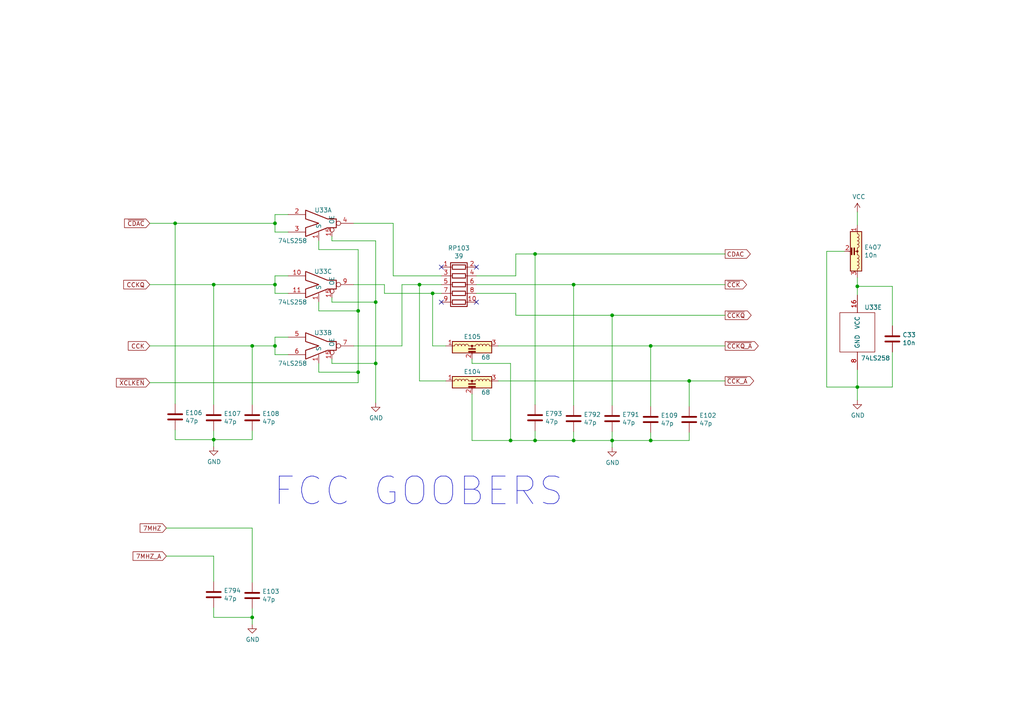
<source format=kicad_sch>
(kicad_sch (version 20250114) (generator "eeschema") (generator_version "9.0")
  (paper "A4")
  (title_block (title "Rämixx500") (date "2019-04-20") (rev "1") (company "SukkoPera") (comment 4 "Licensed under CC BY-NC-SA 4.0"))
  (lib_symbols
    (symbol "74ls258:74LS258" (pin_names (offset 1.016))
      (property "Reference" "U" (at 7.62 2.54 0))
      (property "Value" "74LS258" (at 10.16 -2.54 0))
      (symbol "74LS258_1_0"
        (pin input line (at -8.89 2.54 0) (length 5.08) (name "~") (number "2"))
        (pin input line (at -8.89 -2.54 0) (length 5.08) (name "~") (number "3"))
        (pin input line (at 0 -5.08 90) (length 2.54) (name "S") (number "1"))
        (pin input inverted (at 3.81 -3.81 90) (length 2.54) (name "OE") (number "15"))
        (pin tri_state inverted (at 10.16 0 180) (length 5.08) (name "~") (number "4"))
      )
      (symbol "74LS258_1_1"
        (polyline (pts (xy 5.08 1.27) (xy 5.08 -1.27) (xy 2.54 -1.27) (xy -3.81 -3.81) (xy -3.81 -1.27) (xy 0 0) (xy -3.81 1.27) (xy -3.81 3.81) (xy 2.54 1.27) (xy 5.08 1.27)) (stroke (width 0.254)))
      )
      (symbol "74LS258_2_0"
        (pin input line (at -8.89 2.54 0) (length 5.08) (name "~") (number "5"))
        (pin input line (at -8.89 -2.54 0) (length 5.08) (name "~") (number "6"))
        (pin input line (at 0 -5.08 90) (length 2.54) (name "S") (number "1"))
        (pin input inverted (at 3.81 -3.81 90) (length 2.54) (name "OE") (number "15"))
        (pin tri_state inverted (at 10.16 0 180) (length 5.08) (name "~") (number "7"))
      )
      (symbol "74LS258_2_1"
        (polyline (pts (xy 5.08 1.27) (xy 5.08 -1.27) (xy 2.54 -1.27) (xy -3.81 -3.81) (xy -3.81 -1.27) (xy 0 0) (xy -3.81 1.27) (xy -3.81 3.81) (xy 2.54 1.27) (xy 5.08 1.27)) (stroke (width 0.254)))
      )
      (symbol "74LS258_3_0"
        (pin input line (at -8.89 2.54 0) (length 5.08) (name "~") (number "10"))
        (pin input line (at -8.89 -2.54 0) (length 5.08) (name "~") (number "11"))
        (pin input line (at 0 -5.08 90) (length 2.54) (name "S") (number "1"))
        (pin input inverted (at 3.81 -3.81 90) (length 2.54) (name "OE") (number "15"))
        (pin tri_state inverted (at 10.16 0 180) (length 5.08) (name "~") (number "9"))
      )
      (symbol "74LS258_3_1"
        (polyline (pts (xy 5.08 1.27) (xy 5.08 -1.27) (xy 2.54 -1.27) (xy -3.81 -3.81) (xy -3.81 -1.27) (xy 0 0) (xy -3.81 1.27) (xy -3.81 3.81) (xy 2.54 1.27) (xy 5.08 1.27)) (stroke (width 0.254)))
      )
      (symbol "74LS258_4_0"
        (pin input line (at -8.89 2.54 0) (length 5.08) (name "~") (number "13"))
        (pin input line (at -8.89 -2.54 0) (length 5.08) (name "~") (number "14"))
        (pin input line (at 0 -5.08 90) (length 2.54) (name "S") (number "1"))
        (pin input inverted (at 3.81 -3.81 90) (length 2.54) (name "OE") (number "15"))
        (pin tri_state inverted (at 10.16 0 180) (length 5.08) (name "~") (number "12"))
      )
      (symbol "74LS258_4_1"
        (polyline (pts (xy 5.08 1.27) (xy 5.08 -1.27) (xy 2.54 -1.27) (xy -3.81 -3.81) (xy -3.81 -1.27) (xy 0 0) (xy -3.81 1.27) (xy -3.81 3.81) (xy 2.54 1.27) (xy 5.08 1.27)) (stroke (width 0.254)))
      )
      (symbol "74LS258_5_0"
        (pin input line (at 0 10.16 270) (length 5.08) (name "VCC") (number "16"))
        (pin power_in line (at 0 -11.43 90) (length 5.08) (name "GND") (number "8"))
      )
      (symbol "74LS258_5_1"
        (rectangle (start -5.08 5.08) (end 5.08 -6.35))
      )
    )
    (symbol "Device:C" (pin_numbers (hide yes)) (pin_names (offset 0.254))
      (property "Reference" "C" (at 0.635 2.54 0))
      (property "Value" "C" (at 0.635 -2.54 0))
      (symbol "C_0_1"
        (polyline (pts (xy -2.032 0.762) (xy 2.032 0.762)) (stroke (width 0.508)))
        (polyline (pts (xy -2.032 -0.762) (xy 2.032 -0.762)) (stroke (width 0.508)))
      )
      (symbol "C_1_1"
        (pin passive line (at 0 3.81 270) (length 2.794) (name "~") (number "1"))
        (pin passive line (at 0 -3.81 90) (length 2.794) (name "~") (number "2"))
      )
    )
    (symbol "emi_filter_lcl_small:EMI_Filter_LCL" (pin_names (offset 0.254) (hide yes))
      (property "Reference" "FL" (at 0 6.985 0))
      (property "Value" "EMI_Filter_LCL" (at 0 5.08 0))
      (symbol "EMI_Filter_LCL_0_1"
        (rectangle (start -5.715 3.81) (end 5.715 0.508) (stroke (width 0.254)) (fill (type background)))
        (arc (start -5.08 2.54) (mid -4.572 3.048) (end -4.064 2.54))
        (arc (start -4.064 2.54) (mid -3.556 3.048) (end -3.048 2.54))
        (arc (start -3.048 2.54) (mid -2.54 3.048) (end -2.032 2.54))
        (arc (start -2.032 2.54) (mid -1.524 3.048) (end -1.016 2.54))
        (polyline (pts (xy -1.016 2.54) (xy 1.016 2.54)))
        (rectangle (start -1.016 0.762) (end 1.016 1.016) (fill (type outline)))
        (circle (center 0 2.54) (radius 0.254) (fill (type outline)))
        (polyline (pts (xy 0 2.54) (xy 0 1.778)))
        (polyline (pts (xy 0 0.762) (xy 0 0)))
        (rectangle (start 1.016 1.524) (end -1.016 1.778) (fill (type outline)))
        (arc (start 1.016 2.54) (mid 1.524 3.048) (end 2.032 2.54))
        (arc (start 2.032 2.54) (mid 2.54 3.048) (end 3.048 2.54))
        (arc (start 3.048 2.54) (mid 3.556 3.048) (end 4.064 2.54))
        (arc (start 4.064 2.54) (mid 4.572 3.048) (end 5.08 2.54))
      )
      (symbol "EMI_Filter_LCL_1_1"
        (pin passive line (at -7.62 2.54 0) (length 2.54) (name "1") (number "1"))
        (pin passive line (at 0 -1.27 90) (length 1.8034) (name "2") (number "2"))
        (pin passive line (at 7.62 2.54 180) (length 2.54) (name "3") (number "3"))
      )
    )
    (symbol "power:GND" (power) (pin_numbers (hide yes)) (pin_names (offset 0) (hide yes))
      (property "Value" "GND" (at 0 -3.81 0))
      (symbol "GND_0_1"
        (polyline (pts (xy 0 0) (xy 0 -1.27) (xy 1.27 -1.27) (xy 0 -2.54) (xy -1.27 -1.27) (xy 0 -1.27)))
      )
      (symbol "GND_1_1"
        (pin power_in line (at 0 0 270) (length 0) (name "~") (number "1"))
      )
    )
    (symbol "power:VCC" (power) (pin_numbers (hide yes)) (pin_names (offset 0) (hide yes))
      (property "Value" "VCC" (at 0 3.556 0))
      (symbol "VCC_0_1"
        (polyline (pts (xy -0.762 1.27) (xy 0 2.54)))
        (polyline (pts (xy 0 2.54) (xy 0.762 1.27)))
        (polyline (pts (xy 0 0) (xy 0 2.54)))
      )
      (symbol "VCC_1_1"
        (pin power_in line (at 0 0 90) (length 0) (name "~") (number "1"))
      )
    )
    (symbol "r_pack05:R_Pack05" (pin_names (offset 0) (hide yes))
      (property "Reference" "RP" (at -7.62 0 90))
      (property "Value" "R_Pack05" (at 7.62 0 90))
      (symbol "R_Pack05_0_1"
        (rectangle (start -6.35 -2.413) (end 6.35 2.413) (stroke (width 0.254)))
        (rectangle (start -5.715 1.905) (end -4.445 -1.905) (stroke (width 0.254)))
        (polyline (pts (xy -5.08 1.905) (xy -5.08 2.54)))
        (polyline (pts (xy -5.08 -2.54) (xy -5.08 -1.905)))
        (rectangle (start -3.175 1.905) (end -1.905 -1.905) (stroke (width 0.254)))
        (polyline (pts (xy -2.54 1.905) (xy -2.54 2.54)))
        (polyline (pts (xy -2.54 -2.54) (xy -2.54 -1.905)))
        (rectangle (start -0.635 1.905) (end 0.635 -1.905) (stroke (width 0.254)))
        (polyline (pts (xy 0 1.905) (xy 0 2.54)))
        (polyline (pts (xy 0 -2.54) (xy 0 -1.905)))
        (rectangle (start 1.905 1.905) (end 3.175 -1.905) (stroke (width 0.254)))
        (polyline (pts (xy 2.54 1.905) (xy 2.54 2.54)))
        (polyline (pts (xy 2.54 -2.54) (xy 2.54 -1.905)))
        (rectangle (start 4.445 1.905) (end 5.715 -1.905) (stroke (width 0.254)))
        (polyline (pts (xy 5.08 1.905) (xy 5.08 2.54)))
        (polyline (pts (xy 5.08 -2.54) (xy 5.08 -1.905)))
      )
      (symbol "R_Pack05_1_1"
        (pin passive line (at -5.08 5.08 270) (length 2.54) (name "R1.2") (number "2"))
        (pin passive line (at -5.08 -5.08 90) (length 2.54) (name "R1.1") (number "1"))
        (pin passive line (at -2.54 5.08 270) (length 2.54) (name "R2.2") (number "4"))
        (pin passive line (at -2.54 -5.08 90) (length 2.54) (name "R2.1") (number "3"))
        (pin passive line (at 0 5.08 270) (length 2.54) (name "R3.2") (number "6"))
        (pin passive line (at 0 -5.08 90) (length 2.54) (name "R3.1") (number "5"))
        (pin passive line (at 2.54 5.08 270) (length 2.54) (name "R4.2") (number "8"))
        (pin passive line (at 2.54 -5.08 90) (length 2.54) (name "R4.1") (number "7"))
        (pin passive line (at 5.08 5.08 270) (length 2.54) (name "R5.2") (number "10"))
        (pin passive line (at 5.08 -5.08 90) (length 2.54) (name "R5.1") (number "9"))
      )
    )
  )
  (text "FCC GOOBERS" (at 78.994 147.32 0) (effects (font (size 8.001 8.001)) (justify left bottom)))
  (junction (at 103.886 107.95))
  (junction (at 199.898 110.49))
  (junction (at 103.886 90.17))
  (junction (at 248.666 83.058))
  (junction (at 121.666 82.55))
  (junction (at 188.722 127.762))
  (junction (at 50.8 64.77))
  (junction (at 73.152 179.07))
  (junction (at 79.756 100.33))
  (junction (at 61.976 127.508))
  (junction (at 73.152 100.33))
  (junction (at 166.37 127.762))
  (junction (at 125.476 85.09))
  (junction (at 108.966 87.63))
  (junction (at 188.722 100.33))
  (junction (at 79.756 82.55))
  (junction (at 148.082 127.762))
  (junction (at 61.976 82.55))
  (junction (at 155.194 127.762))
  (junction (at 108.966 105.41))
  (junction (at 155.194 73.66))
  (junction (at 177.546 127.762))
  (junction (at 177.546 91.44))
  (junction (at 248.666 112.268))
  (junction (at 166.37 82.55))
  (junction (at 79.756 64.77))
  (no_connect (at 138.176 87.63))
  (no_connect (at 128.016 77.47))
  (no_connect (at 138.176 77.47))
  (no_connect (at 128.016 87.63))
  (wire (pts (xy 244.856 72.898) (xy 239.776 72.898)))
  (wire (pts (xy 199.898 117.856) (xy 199.898 110.49)))
  (wire (pts (xy 177.546 127.762) (xy 177.546 129.794)))
  (wire (pts (xy 258.826 102.108) (xy 258.826 112.268)))
  (wire (pts (xy 73.152 117.348) (xy 73.152 100.33)))
  (wire (pts (xy 103.886 110.998) (xy 43.434 110.998)))
  (wire (pts (xy 188.722 125.476) (xy 188.722 127.762)))
  (wire (pts (xy 125.476 100.33) (xy 129.286 100.33)))
  (wire (pts (xy 166.37 117.602) (xy 166.37 82.55)))
  (wire (pts (xy 108.966 105.41) (xy 108.966 116.84)))
  (wire (pts (xy 177.546 127.762) (xy 188.722 127.762)))
  (wire (pts (xy 148.082 127.762) (xy 155.194 127.762)))
  (wire (pts (xy 248.666 80.518) (xy 248.666 83.058)))
  (wire (pts (xy 248.666 83.058) (xy 258.826 83.058)))
  (wire (pts (xy 50.8 127.508) (xy 61.976 127.508)))
  (wire (pts (xy 102.616 100.33) (xy 116.586 100.33)))
  (wire (pts (xy 73.152 124.968) (xy 73.152 127.508)))
  (wire (pts (xy 83.566 80.01) (xy 79.756 80.01)))
  (wire (pts (xy 108.966 69.85) (xy 108.966 87.63)))
  (wire (pts (xy 121.666 82.55) (xy 128.016 82.55)))
  (wire (pts (xy 188.722 127.762) (xy 199.898 127.762)))
  (wire (pts (xy 111.506 85.09) (xy 125.476 85.09)))
  (wire (pts (xy 149.606 80.01) (xy 149.606 73.66)))
  (wire (pts (xy 149.606 73.66) (xy 155.194 73.66)))
  (wire (pts (xy 138.176 85.09) (xy 149.606 85.09)))
  (wire (pts (xy 61.976 179.07) (xy 73.152 179.07)))
  (wire (pts (xy 79.756 100.33) (xy 73.152 100.33)))
  (wire (pts (xy 144.526 110.49) (xy 199.898 110.49)))
  (wire (pts (xy 239.776 112.268) (xy 248.666 112.268)))
  (wire (pts (xy 166.37 125.222) (xy 166.37 127.762)))
  (wire (pts (xy 177.546 117.602) (xy 177.546 91.44)))
  (wire (pts (xy 92.456 72.39) (xy 103.886 72.39)))
  (wire (pts (xy 79.756 100.33) (xy 79.756 102.87)))
  (wire (pts (xy 166.37 82.55) (xy 210.312 82.55)))
  (wire (pts (xy 61.976 127.508) (xy 73.152 127.508)))
  (wire (pts (xy 248.666 61.468) (xy 248.666 65.278)))
  (wire (pts (xy 103.886 107.95) (xy 103.886 110.998)))
  (wire (pts (xy 116.586 82.55) (xy 121.666 82.55)))
  (wire (pts (xy 125.476 85.09) (xy 125.476 100.33)))
  (wire (pts (xy 50.8 64.77) (xy 43.434 64.77)))
  (wire (pts (xy 61.976 82.55) (xy 43.434 82.55)))
  (wire (pts (xy 136.906 104.14) (xy 136.906 105.41)))
  (wire (pts (xy 73.152 100.33) (xy 43.434 100.33)))
  (wire (pts (xy 83.566 97.79) (xy 79.756 97.79)))
  (wire (pts (xy 73.152 176.53) (xy 73.152 179.07)))
  (wire (pts (xy 149.606 85.09) (xy 149.606 91.44)))
  (wire (pts (xy 96.266 104.14) (xy 96.266 105.41)))
  (wire (pts (xy 114.046 80.01) (xy 128.016 80.01)))
  (wire (pts (xy 108.966 87.63) (xy 108.966 105.41)))
  (wire (pts (xy 258.826 83.058) (xy 258.826 94.488)))
  (wire (pts (xy 61.976 124.968) (xy 61.976 127.508)))
  (wire (pts (xy 83.566 62.23) (xy 79.756 62.23)))
  (wire (pts (xy 92.456 69.85) (xy 92.456 72.39)))
  (wire (pts (xy 144.526 100.33) (xy 188.722 100.33)))
  (wire (pts (xy 50.8 117.094) (xy 50.8 64.77)))
  (wire (pts (xy 155.194 73.66) (xy 210.312 73.66)))
  (wire (pts (xy 102.616 64.77) (xy 114.046 64.77)))
  (wire (pts (xy 96.266 105.41) (xy 108.966 105.41)))
  (wire (pts (xy 248.666 107.188) (xy 248.666 112.268)))
  (wire (pts (xy 248.666 85.598) (xy 248.666 83.058)))
  (wire (pts (xy 73.152 179.07) (xy 73.152 181.102)))
  (wire (pts (xy 248.666 116.078) (xy 248.666 112.268)))
  (wire (pts (xy 102.616 82.55) (xy 111.506 82.55)))
  (wire (pts (xy 79.756 64.77) (xy 50.8 64.77)))
  (wire (pts (xy 103.886 72.39) (xy 103.886 90.17)))
  (wire (pts (xy 148.082 105.41) (xy 148.082 127.762)))
  (wire (pts (xy 79.756 62.23) (xy 79.756 64.77)))
  (wire (pts (xy 138.176 82.55) (xy 166.37 82.55)))
  (wire (pts (xy 138.176 80.01) (xy 149.606 80.01)))
  (wire (pts (xy 61.976 127.508) (xy 61.976 129.54)))
  (wire (pts (xy 166.37 127.762) (xy 177.546 127.762)))
  (wire (pts (xy 155.194 73.66) (xy 155.194 117.348)))
  (wire (pts (xy 92.456 105.41) (xy 92.456 107.95)))
  (wire (pts (xy 96.266 69.85) (xy 108.966 69.85)))
  (wire (pts (xy 92.456 90.17) (xy 103.886 90.17)))
  (wire (pts (xy 248.666 112.268) (xy 258.826 112.268)))
  (wire (pts (xy 79.756 64.77) (xy 79.756 67.31)))
  (wire (pts (xy 136.906 105.41) (xy 148.082 105.41)))
  (wire (pts (xy 136.906 127.762) (xy 148.082 127.762)))
  (wire (pts (xy 103.886 90.17) (xy 103.886 107.95)))
  (wire (pts (xy 188.722 100.33) (xy 210.312 100.33)))
  (wire (pts (xy 136.906 114.3) (xy 136.906 127.762)))
  (wire (pts (xy 92.456 107.95) (xy 103.886 107.95)))
  (wire (pts (xy 177.546 91.44) (xy 210.312 91.44)))
  (wire (pts (xy 125.476 85.09) (xy 128.016 85.09)))
  (wire (pts (xy 61.976 168.656) (xy 61.976 161.29)))
  (wire (pts (xy 79.756 97.79) (xy 79.756 100.33)))
  (wire (pts (xy 79.756 82.55) (xy 79.756 85.09)))
  (wire (pts (xy 73.152 168.91) (xy 73.152 153.162)))
  (wire (pts (xy 111.506 82.55) (xy 111.506 85.09)))
  (wire (pts (xy 96.266 86.36) (xy 96.266 87.63)))
  (wire (pts (xy 92.456 87.63) (xy 92.456 90.17)))
  (wire (pts (xy 79.756 102.87) (xy 83.566 102.87)))
  (wire (pts (xy 199.898 125.476) (xy 199.898 127.762)))
  (wire (pts (xy 116.586 100.33) (xy 116.586 82.55)))
  (wire (pts (xy 79.756 85.09) (xy 83.566 85.09)))
  (wire (pts (xy 177.546 125.222) (xy 177.546 127.762)))
  (wire (pts (xy 79.756 67.31) (xy 83.566 67.31)))
  (wire (pts (xy 149.606 91.44) (xy 177.546 91.44)))
  (wire (pts (xy 114.046 64.77) (xy 114.046 80.01)))
  (wire (pts (xy 96.266 68.58) (xy 96.266 69.85)))
  (wire (pts (xy 61.976 176.276) (xy 61.976 179.07)))
  (wire (pts (xy 61.976 161.29) (xy 48.26 161.29)))
  (wire (pts (xy 199.898 110.49) (xy 210.312 110.49)))
  (wire (pts (xy 155.194 127.762) (xy 166.37 127.762)))
  (wire (pts (xy 50.8 124.714) (xy 50.8 127.508)))
  (wire (pts (xy 61.976 117.348) (xy 61.976 82.55)))
  (wire (pts (xy 79.756 80.01) (xy 79.756 82.55)))
  (wire (pts (xy 188.722 117.856) (xy 188.722 100.33)))
  (wire (pts (xy 96.266 87.63) (xy 108.966 87.63)))
  (wire (pts (xy 121.666 110.49) (xy 129.286 110.49)))
  (wire (pts (xy 155.194 124.968) (xy 155.194 127.762)))
  (wire (pts (xy 79.756 82.55) (xy 61.976 82.55)))
  (wire (pts (xy 121.666 82.55) (xy 121.666 110.49)))
  (wire (pts (xy 73.152 153.162) (xy 48.26 153.162)))
  (wire (pts (xy 239.776 72.898) (xy 239.776 112.268)))
  (global_label "~{CDAC}" (shape input) (at 43.434 64.77 180) (property "Intersheetrefs" "${INTERSHEET_REFS}" (effects (hide yes))))
  (global_label "7MHZ_A" (shape input) (at 48.26 161.29 180) (property "Intersheetrefs" "${INTERSHEET_REFS}" (effects (hide yes))))
  (global_label "~{CCK}" (shape output) (at 210.312 82.55 0) (property "Intersheetrefs" "${INTERSHEET_REFS}" (effects (hide yes))))
  (global_label "~{CCKQ_A}" (shape output) (at 210.312 100.33 0) (property "Intersheetrefs" "${INTERSHEET_REFS}" (effects (hide yes))))
  (global_label "CCKQ" (shape input) (at 43.434 82.55 180) (property "Intersheetrefs" "${INTERSHEET_REFS}" (effects (hide yes))))
  (global_label "~{CCKQ}" (shape output) (at 210.312 91.44 0) (property "Intersheetrefs" "${INTERSHEET_REFS}" (effects (hide yes))))
  (global_label "CCK" (shape input) (at 43.434 100.33 180) (property "Intersheetrefs" "${INTERSHEET_REFS}" (effects (hide yes))))
  (global_label "CDAC" (shape output) (at 210.312 73.66 0) (property "Intersheetrefs" "${INTERSHEET_REFS}" (effects (hide yes))))
  (global_label "7MHZ" (shape input) (at 48.26 153.162 180) (property "Intersheetrefs" "${INTERSHEET_REFS}" (effects (hide yes))))
  (global_label "~{CCK_A}" (shape output) (at 210.312 110.49 0) (property "Intersheetrefs" "${INTERSHEET_REFS}" (effects (hide yes))))
  (global_label "~{XCLKEN}" (shape input) (at 43.434 110.998 180) (property "Intersheetrefs" "${INTERSHEET_REFS}" (effects (hide yes))))
  (symbol (lib_id "Device:C") (at 155.194 121.158 0) (unit 1)
    (property "Reference" "E793" (at 158.115 119.9896 0) (effects (justify left)))
    (property "Value" "47p" (at 158.115 122.301 0) (effects (justify left)))
    (property "Footprint" "Raemixx500:C_Axial_L6.3mm_D2.5mm_P10.16mm" (effects (hide yes)))
    (property "Section" "CLOCK" (effects (hide yes)))
    (property "EMI_FILTER_TYPE" "C" (effects (hide yes)))
    (instances (project "" (path "" (reference "E793") (unit 1)) (path "" (reference "E?") (unit 1))))
  )
  (symbol (lib_id "Device:C") (at 166.37 121.412 0) (unit 1)
    (property "Reference" "E792" (at 169.291 120.2436 0) (effects (justify left)))
    (property "Value" "47p" (at 169.291 122.555 0) (effects (justify left)))
    (property "Footprint" "Raemixx500:C_Axial_L6.3mm_D2.5mm_P10.16mm" (effects (hide yes)))
    (property "Section" "CLOCK" (effects (hide yes)))
    (property "EMI_FILTER_TYPE" "C" (effects (hide yes)))
    (instances (project "" (path "" (reference "E792") (unit 1)) (path "" (reference "E?") (unit 1))))
  )
  (symbol (lib_id "Device:C") (at 177.546 121.412 0) (unit 1)
    (property "Reference" "E791" (at 180.467 120.2436 0) (effects (justify left)))
    (property "Value" "47p" (at 180.467 122.555 0) (effects (justify left)))
    (property "Footprint" "Raemixx500:C_Axial_L6.3mm_D2.5mm_P10.16mm" (effects (hide yes)))
    (property "Section" "CLOCK" (effects (hide yes)))
    (property "EMI_FILTER_TYPE" "C" (effects (hide yes)))
    (instances (project "" (path "" (reference "E791") (unit 1)) (path "" (reference "E?") (unit 1))))
  )
  (symbol (lib_id "Device:C") (at 188.722 121.666 0) (unit 1)
    (property "Reference" "E109" (at 191.643 120.4976 0) (effects (justify left)))
    (property "Value" "47p" (at 191.643 122.809 0) (effects (justify left)))
    (property "Footprint" "Raemixx500:C_Axial_L6.3mm_D2.5mm_P10.16mm" (effects (hide yes)))
    (property "Section" "CLOCK" (effects (hide yes)))
    (property "EMI_FILTER_TYPE" "C" (effects (hide yes)))
    (instances (project "" (path "" (reference "E109") (unit 1)) (path "" (reference "E?") (unit 1))))
  )
  (symbol (lib_id "Device:C") (at 199.898 121.666 0) (unit 1)
    (property "Reference" "E102" (at 202.819 120.4976 0) (effects (justify left)))
    (property "Value" "47p" (at 202.819 122.809 0) (effects (justify left)))
    (property "Footprint" "Raemixx500:C_Axial_L9.0mm_D3.2mm_P12.70mm" (effects (hide yes)))
    (property "Section" "CLOCK" (effects (hide yes)))
    (property "EMI_FILTER_TYPE" "C" (effects (hide yes)))
    (instances (project "" (path "" (reference "E102") (unit 1)) (path "" (reference "E?") (unit 1))))
  )
  (symbol (lib_id "Device:C") (at 50.8 120.904 0) (unit 1)
    (property "Reference" "E106" (at 53.721 119.7356 0) (effects (justify left)))
    (property "Value" "47p" (at 53.721 122.047 0) (effects (justify left)))
    (property "Footprint" "Raemixx500:C_Axial_L9.0mm_D3.2mm_P12.70mm" (effects (hide yes)))
    (property "Section" "CLOCK" (effects (hide yes)))
    (property "EMI_FILTER_TYPE" "C" (effects (hide yes)))
    (instances (project "" (path "" (reference "E106") (unit 1)) (path "" (reference "E?") (unit 1))))
  )
  (symbol (lib_id "Device:C") (at 61.976 121.158 0) (unit 1)
    (property "Reference" "E107" (at 64.897 119.9896 0) (effects (justify left)))
    (property "Value" "47p" (at 64.897 122.301 0) (effects (justify left)))
    (property "Footprint" "Raemixx500:C_Axial_L9.0mm_D3.2mm_P12.70mm" (effects (hide yes)))
    (property "Section" "CLOCK" (effects (hide yes)))
    (property "EMI_FILTER_TYPE" "C" (effects (hide yes)))
    (instances (project "" (path "" (reference "E107") (unit 1)) (path "" (reference "E?") (unit 1))))
  )
  (symbol (lib_id "Device:C") (at 73.152 121.158 0) (unit 1)
    (property "Reference" "E108" (at 76.073 119.9896 0) (effects (justify left)))
    (property "Value" "47p" (at 76.073 122.301 0) (effects (justify left)))
    (property "Footprint" "Raemixx500:C_Axial_L9.0mm_D3.2mm_P12.70mm" (effects (hide yes)))
    (property "Section" "CLOCK" (effects (hide yes)))
    (property "EMI_FILTER_TYPE" "C" (effects (hide yes)))
    (instances (project "" (path "" (reference "E108") (unit 1)) (path "" (reference "E?") (unit 1))))
  )
  (symbol (lib_id "power:GND") (at 61.976 129.54 0) (unit 1)
    (property "Reference" "#PWR0238" (effects (hide yes)))
    (property "Value" "GND" (at 62.103 133.9342 0))
  )
  (symbol (lib_id "power:GND") (at 177.546 129.794 0) (unit 1)
    (property "Reference" "#PWR0239" (effects (hide yes)))
    (property "Value" "GND" (at 177.673 134.1882 0))
  )
  (symbol (lib_id "Device:C") (at 61.976 172.466 0) (unit 1)
    (property "Reference" "E794" (at 64.897 171.2976 0) (effects (justify left)))
    (property "Value" "47p" (at 64.897 173.609 0) (effects (justify left)))
    (property "Footprint" "Raemixx500:C_Axial_L6.3mm_D2.5mm_P10.16mm" (effects (hide yes)))
    (property "Section" "CLOCK" (effects (hide yes)))
    (property "EMI_FILTER_TYPE" "C" (effects (hide yes)))
    (instances (project "" (path "" (reference "E794") (unit 1)) (path "" (reference "E?") (unit 1))))
  )
  (symbol (lib_id "Device:C") (at 73.152 172.72 0) (unit 1)
    (property "Reference" "E103" (at 76.073 171.5516 0) (effects (justify left)))
    (property "Value" "47p" (at 76.073 173.863 0) (effects (justify left)))
    (property "Footprint" "Raemixx500:C_Axial_L9.0mm_D3.2mm_P12.70mm" (effects (hide yes)))
    (property "Section" "CLOCK" (effects (hide yes)))
    (property "EMI_FILTER_TYPE" "C" (effects (hide yes)))
    (instances (project "" (path "" (reference "E103") (unit 1)) (path "" (reference "E?") (unit 1))))
  )
  (symbol (lib_id "power:GND") (at 73.152 181.102 0) (unit 1)
    (property "Reference" "#PWR0240" (effects (hide yes)))
    (property "Value" "GND" (at 73.279 185.4962 0))
  )
  (symbol (lib_id "emi_filter_lcl_small:EMI_Filter_LCL") (at 136.906 102.87 0) (unit 1)
    (property "Reference" "E105" (at 134.493 97.663 0) (effects (justify left)))
    (property "Value" "68" (at 139.573 103.632 0) (effects (justify left)))
    (property "Footprint" "Raemixx500:EMI_Filter_Long" (effects (hide yes)))
    (property "Datasheet" "http://www.murata.com/~/media/webrenewal/support/library/catalog/products/emc/emifil/c31e.ashx?la=en-gb" (effects (hide yes)))
    (property "Section" "CLOCK" (effects (hide yes)))
    (property "EMI_FILTER_TYPE" "R" (effects (hide yes)))
    (property "Required" "Y" (effects (hide yes)))
    (instances (project "" (path "" (reference "E105") (unit 1)) (path "" (reference "E?") (unit 1))))
  )
  (symbol (lib_id "emi_filter_lcl_small:EMI_Filter_LCL") (at 136.906 113.03 0) (unit 1)
    (property "Reference" "E104" (at 134.493 107.823 0) (effects (justify left)))
    (property "Value" "68" (at 139.573 113.792 0) (effects (justify left)))
    (property "Footprint" "Raemixx500:EMI_Filter_Long" (effects (hide yes)))
    (property "Datasheet" "http://www.murata.com/~/media/webrenewal/support/library/catalog/products/emc/emifil/c31e.ashx?la=en-gb" (effects (hide yes)))
    (property "Section" "CLOCK" (effects (hide yes)))
    (property "EMI_FILTER_TYPE" "R" (effects (hide yes)))
    (property "Required" "Y" (effects (hide yes)))
    (instances (project "" (path "" (reference "E104") (unit 1)) (path "" (reference "E?") (unit 1))))
  )
  (symbol (lib_id "74ls258:74LS258") (at 92.456 64.77 0) (unit 1)
    (property "Reference" "U33" (at 93.726 60.96 0))
    (property "Value" "74LS258" (at 84.836 69.85 0))
    (property "Footprint" "Package_DIP:DIP-16_W7.62mm_Socket_LongPads" (effects (hide yes)))
    (property "Datasheet" "http://www.ti.com/lit/gpn/sn74LS258" (effects (hide yes)))
    (property "Section" "CLOCK" (effects (hide yes)))
    (property "MFG Name" "N/A" (effects (hide yes)))
    (property "Required" "Y" (effects (hide yes)))
  )
  (symbol (lib_id "74ls258:74LS258") (at 92.456 100.33 0) (unit 2)
    (property "Reference" "U33" (at 93.726 96.52 0))
    (property "Value" "74LS258" (at 84.836 105.41 0))
    (property "Footprint" "Package_DIP:DIP-16_W7.62mm_Socket_LongPads" (effects (hide yes)))
    (property "Datasheet" "http://www.ti.com/lit/gpn/sn74LS258" (effects (hide yes)))
    (property "Section" "CLOCK" (effects (hide yes)))
    (property "MFG Name" "N/A" (effects (hide yes)))
    (property "Required" "Y" (effects (hide yes)))
  )
  (symbol (lib_id "74ls258:74LS258") (at 92.456 82.55 0) (unit 3)
    (property "Reference" "U33" (at 93.726 78.74 0))
    (property "Value" "74LS258" (at 84.836 87.63 0))
    (property "Footprint" "Package_DIP:DIP-16_W7.62mm_Socket_LongPads" (effects (hide yes)))
    (property "Datasheet" "http://www.ti.com/lit/gpn/sn74LS258" (effects (hide yes)))
    (property "Section" "CLOCK" (effects (hide yes)))
    (property "MFG Name" "N/A" (effects (hide yes)))
    (property "Required" "Y" (effects (hide yes)))
  )
  (symbol (lib_id "r_pack05:R_Pack05") (at 133.096 82.55 270) (unit 1)
    (property "Reference" "RP103" (at 133.096 71.9582 90))
    (property "Value" "39" (at 133.096 74.2696 90))
    (property "Footprint" "Resistor_THT:R_Array_SIP10" (effects (hide yes)))
    (property "Section" "CLOCK" (effects (hide yes)))
    (property "Required" "Y" (effects (hide yes)))
  )
  (symbol (lib_id "74ls258:74LS258") (at 248.666 95.758 0) (unit 5)
    (property "Reference" "U33" (at 250.698 89.154 0) (effects (justify left)))
    (property "Value" "74LS258" (at 249.682 103.886 0) (effects (justify left)))
    (property "Footprint" "Package_DIP:DIP-16_W7.62mm_Socket_LongPads" (effects (hide yes)))
    (property "Datasheet" "http://www.ti.com/lit/gpn/sn74LS258" (effects (hide yes)))
    (property "Section" "CLOCK" (effects (hide yes)))
    (property "MFG Name" "N/A" (effects (hide yes)))
    (property "Required" "Y" (effects (hide yes)))
  )
  (symbol (lib_id "power:GND") (at 248.666 116.078 0) (unit 1)
    (property "Reference" "#PWR0202" (effects (hide yes)))
    (property "Value" "GND" (at 248.793 120.4722 0))
  )
  (symbol (lib_id "power:VCC") (at 248.666 61.468 0) (unit 1)
    (property "Reference" "#PWR0203" (effects (hide yes)))
    (property "Value" "VCC" (at 249.0978 57.0738 0))
  )
  (symbol (lib_id "power:GND") (at 108.966 116.84 0) (unit 1)
    (property "Reference" "#PWR0204" (effects (hide yes)))
    (property "Value" "GND" (at 109.093 121.2342 0))
  )
  (symbol (lib_id "emi_filter_lcl_small:EMI_Filter_LCL") (at 246.126 72.898 270) (unit 1)
    (property "Reference" "E407" (at 250.6726 71.7296 90) (effects (justify left)))
    (property "Value" "10n" (at 250.6726 74.041 90) (effects (justify left)))
    (property "Footprint" "Raemixx500:EMI_Filter_Short" (effects (hide yes)))
    (property "Datasheet" "http://www.murata.com/~/media/webrenewal/support/library/catalog/products/emc/emifil/c31e.ashx?la=en-gb" (effects (hide yes)))
    (property "Section" "CLOCK" (effects (hide yes)))
    (property "EMI_FILTER_TYPE" "W/FERRITE" (effects (hide yes)))
    (property "Cost" "0.234" (effects (hide yes)))
    (property "MFG Name" "MURATA" (effects (hide yes)))
    (property "MFG Part Num" "DSS1NB32A103Q91A" (effects (hide yes)))
    (property "Required" "Y" (effects (hide yes)))
    (instances (project "" (path "" (reference "E407") (unit 1)) (path "" (reference "E?") (unit 1))))
  )
  (symbol (lib_id "Device:C") (at 258.826 98.298 0) (unit 1)
    (property "Reference" "C33" (at 261.747 97.1296 0) (effects (justify left)))
    (property "Value" "10n" (at 261.747 99.441 0) (effects (justify left)))
    (property "Footprint" "Raemixx500:C_Axial_L6.3mm_D2.5mm_P10.16mm" (effects (hide yes)))
    (property "MFG Name" "KEMET" (effects (hide yes)))
    (property "MFG Part Num" "C410C103K1H5TAAUTO" (effects (hide yes)))
    (property "Cost" "0.071" (effects (hide yes)))
    (property "Section" "CLOCK" (effects (hide yes)))
    (property "Required" "R" (effects (hide yes)))
    (instances (project "" (path "" (reference "C33") (unit 1)) (path "" (reference "C?") (unit 1))))
  )
)
</source>
